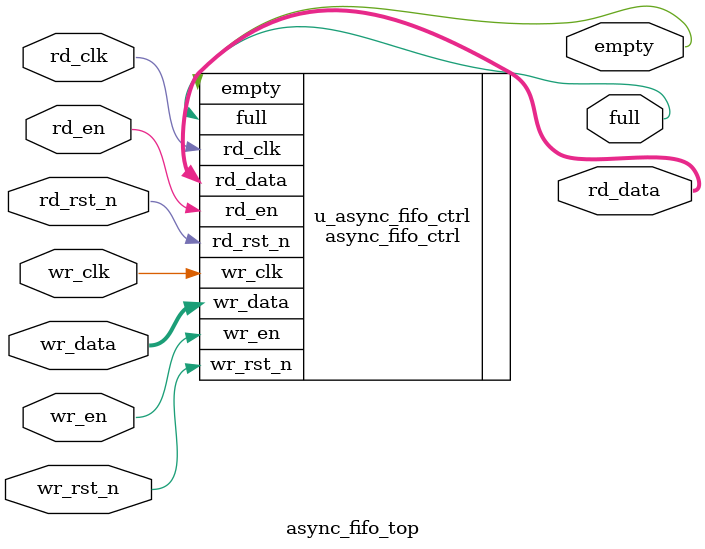
<source format=v>
`timescale 1ns / 1ps
/*
 * Top-level module instantiating the asynchronous FIFO controller
 * Example usage: instantiate async_fifo_ctrl with parameters
 */

module async_fifo_top #(
    parameter DATA_WIDTH = 41,
    parameter ADDR_WIDTH = 4
)(
    input  wire                   wr_clk,
    input  wire                   wr_rst_n,
    input  wire                   wr_en,
    input  wire [DATA_WIDTH-1:0]  wr_data,

    input  wire                   rd_clk,
    input  wire                   rd_rst_n,
    input  wire                   rd_en,

    output wire                   full,
    output wire                   empty,
    output wire [DATA_WIDTH-1:0]  rd_data
);

    // Instantiate the asynchronous FIFO controller
    async_fifo_ctrl #(
        .DATA_WIDTH(DATA_WIDTH),
        .ADDR_WIDTH(ADDR_WIDTH)
    ) u_async_fifo_ctrl (
        .wr_clk(wr_clk),
        .wr_rst_n(wr_rst_n),
        .wr_en(wr_en),
        .wr_data(wr_data),

        .rd_clk(rd_clk),
        .rd_rst_n(rd_rst_n),
        .rd_en(rd_en),

        .full(full),
        .empty(empty),
        .rd_data(rd_data)
    );

endmodule
</source>
